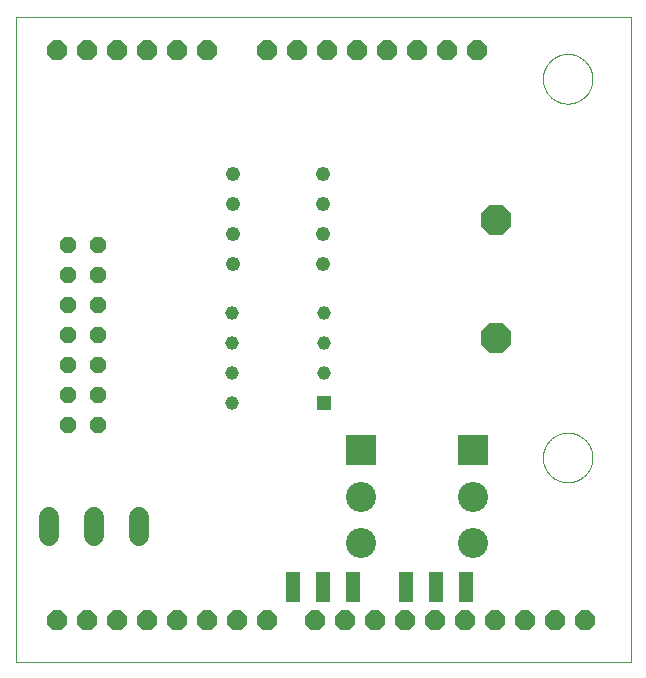
<source format=gbs>
G04 EAGLE Gerber X2 export*
%TF.Part,Single*%
%TF.FileFunction,Other,Solder Mask bottom*%
%TF.FilePolarity,Positive*%
%TF.GenerationSoftware,Autodesk,EAGLE,9.4.0*%
%TF.CreationDate,2019-06-23T03:23:46Z*%
G75*
%MOMM*%
%FSLAX34Y34*%
%LPD*%
%INSolder Mask bottom*%
%AMOC8*
5,1,8,0,0,1.08239X$1,22.5*%
G01*
%ADD10C,0.050000*%
%ADD11C,1.219200*%
%ADD12R,1.159000X1.159000*%
%ADD13C,1.159000*%
%ADD14C,1.676400*%
%ADD15P,1.484606X8X292.500000*%
%ADD16P,1.814519X8X202.500000*%
%ADD17P,2.749271X8X112.500000*%
%ADD18R,2.550000X2.550000*%
%ADD19C,2.550000*%
%ADD20R,1.270000X2.540000*%


D10*
X0Y0D02*
X520700Y0D01*
X520700Y546100D01*
X0Y546100D01*
X0Y0D01*
X446360Y493395D02*
X446366Y493910D01*
X446385Y494425D01*
X446417Y494940D01*
X446461Y495453D01*
X446518Y495966D01*
X446587Y496476D01*
X446669Y496985D01*
X446764Y497492D01*
X446870Y497996D01*
X446989Y498498D01*
X447121Y498996D01*
X447264Y499491D01*
X447420Y499982D01*
X447588Y500470D01*
X447767Y500953D01*
X447959Y501431D01*
X448162Y501905D01*
X448376Y502374D01*
X448602Y502837D01*
X448840Y503294D01*
X449088Y503746D01*
X449348Y504191D01*
X449618Y504630D01*
X449899Y505062D01*
X450191Y505487D01*
X450493Y505905D01*
X450805Y506315D01*
X451127Y506717D01*
X451459Y507112D01*
X451800Y507498D01*
X452151Y507875D01*
X452511Y508244D01*
X452880Y508604D01*
X453257Y508955D01*
X453643Y509296D01*
X454038Y509628D01*
X454440Y509950D01*
X454850Y510262D01*
X455268Y510564D01*
X455693Y510856D01*
X456125Y511137D01*
X456564Y511407D01*
X457009Y511667D01*
X457461Y511915D01*
X457918Y512153D01*
X458381Y512379D01*
X458850Y512593D01*
X459324Y512796D01*
X459802Y512988D01*
X460285Y513167D01*
X460773Y513335D01*
X461264Y513491D01*
X461759Y513634D01*
X462257Y513766D01*
X462759Y513885D01*
X463263Y513991D01*
X463770Y514086D01*
X464279Y514168D01*
X464789Y514237D01*
X465302Y514294D01*
X465815Y514338D01*
X466330Y514370D01*
X466845Y514389D01*
X467360Y514395D01*
X467875Y514389D01*
X468390Y514370D01*
X468905Y514338D01*
X469418Y514294D01*
X469931Y514237D01*
X470441Y514168D01*
X470950Y514086D01*
X471457Y513991D01*
X471961Y513885D01*
X472463Y513766D01*
X472961Y513634D01*
X473456Y513491D01*
X473947Y513335D01*
X474435Y513167D01*
X474918Y512988D01*
X475396Y512796D01*
X475870Y512593D01*
X476339Y512379D01*
X476802Y512153D01*
X477259Y511915D01*
X477711Y511667D01*
X478156Y511407D01*
X478595Y511137D01*
X479027Y510856D01*
X479452Y510564D01*
X479870Y510262D01*
X480280Y509950D01*
X480682Y509628D01*
X481077Y509296D01*
X481463Y508955D01*
X481840Y508604D01*
X482209Y508244D01*
X482569Y507875D01*
X482920Y507498D01*
X483261Y507112D01*
X483593Y506717D01*
X483915Y506315D01*
X484227Y505905D01*
X484529Y505487D01*
X484821Y505062D01*
X485102Y504630D01*
X485372Y504191D01*
X485632Y503746D01*
X485880Y503294D01*
X486118Y502837D01*
X486344Y502374D01*
X486558Y501905D01*
X486761Y501431D01*
X486953Y500953D01*
X487132Y500470D01*
X487300Y499982D01*
X487456Y499491D01*
X487599Y498996D01*
X487731Y498498D01*
X487850Y497996D01*
X487956Y497492D01*
X488051Y496985D01*
X488133Y496476D01*
X488202Y495966D01*
X488259Y495453D01*
X488303Y494940D01*
X488335Y494425D01*
X488354Y493910D01*
X488360Y493395D01*
X488354Y492880D01*
X488335Y492365D01*
X488303Y491850D01*
X488259Y491337D01*
X488202Y490824D01*
X488133Y490314D01*
X488051Y489805D01*
X487956Y489298D01*
X487850Y488794D01*
X487731Y488292D01*
X487599Y487794D01*
X487456Y487299D01*
X487300Y486808D01*
X487132Y486320D01*
X486953Y485837D01*
X486761Y485359D01*
X486558Y484885D01*
X486344Y484416D01*
X486118Y483953D01*
X485880Y483496D01*
X485632Y483044D01*
X485372Y482599D01*
X485102Y482160D01*
X484821Y481728D01*
X484529Y481303D01*
X484227Y480885D01*
X483915Y480475D01*
X483593Y480073D01*
X483261Y479678D01*
X482920Y479292D01*
X482569Y478915D01*
X482209Y478546D01*
X481840Y478186D01*
X481463Y477835D01*
X481077Y477494D01*
X480682Y477162D01*
X480280Y476840D01*
X479870Y476528D01*
X479452Y476226D01*
X479027Y475934D01*
X478595Y475653D01*
X478156Y475383D01*
X477711Y475123D01*
X477259Y474875D01*
X476802Y474637D01*
X476339Y474411D01*
X475870Y474197D01*
X475396Y473994D01*
X474918Y473802D01*
X474435Y473623D01*
X473947Y473455D01*
X473456Y473299D01*
X472961Y473156D01*
X472463Y473024D01*
X471961Y472905D01*
X471457Y472799D01*
X470950Y472704D01*
X470441Y472622D01*
X469931Y472553D01*
X469418Y472496D01*
X468905Y472452D01*
X468390Y472420D01*
X467875Y472401D01*
X467360Y472395D01*
X466845Y472401D01*
X466330Y472420D01*
X465815Y472452D01*
X465302Y472496D01*
X464789Y472553D01*
X464279Y472622D01*
X463770Y472704D01*
X463263Y472799D01*
X462759Y472905D01*
X462257Y473024D01*
X461759Y473156D01*
X461264Y473299D01*
X460773Y473455D01*
X460285Y473623D01*
X459802Y473802D01*
X459324Y473994D01*
X458850Y474197D01*
X458381Y474411D01*
X457918Y474637D01*
X457461Y474875D01*
X457009Y475123D01*
X456564Y475383D01*
X456125Y475653D01*
X455693Y475934D01*
X455268Y476226D01*
X454850Y476528D01*
X454440Y476840D01*
X454038Y477162D01*
X453643Y477494D01*
X453257Y477835D01*
X452880Y478186D01*
X452511Y478546D01*
X452151Y478915D01*
X451800Y479292D01*
X451459Y479678D01*
X451127Y480073D01*
X450805Y480475D01*
X450493Y480885D01*
X450191Y481303D01*
X449899Y481728D01*
X449618Y482160D01*
X449348Y482599D01*
X449088Y483044D01*
X448840Y483496D01*
X448602Y483953D01*
X448376Y484416D01*
X448162Y484885D01*
X447959Y485359D01*
X447767Y485837D01*
X447588Y486320D01*
X447420Y486808D01*
X447264Y487299D01*
X447121Y487794D01*
X446989Y488292D01*
X446870Y488794D01*
X446764Y489298D01*
X446669Y489805D01*
X446587Y490314D01*
X446518Y490824D01*
X446461Y491337D01*
X446417Y491850D01*
X446385Y492365D01*
X446366Y492880D01*
X446360Y493395D01*
X446360Y172720D02*
X446366Y173235D01*
X446385Y173750D01*
X446417Y174265D01*
X446461Y174778D01*
X446518Y175291D01*
X446587Y175801D01*
X446669Y176310D01*
X446764Y176817D01*
X446870Y177321D01*
X446989Y177823D01*
X447121Y178321D01*
X447264Y178816D01*
X447420Y179307D01*
X447588Y179795D01*
X447767Y180278D01*
X447959Y180756D01*
X448162Y181230D01*
X448376Y181699D01*
X448602Y182162D01*
X448840Y182619D01*
X449088Y183071D01*
X449348Y183516D01*
X449618Y183955D01*
X449899Y184387D01*
X450191Y184812D01*
X450493Y185230D01*
X450805Y185640D01*
X451127Y186042D01*
X451459Y186437D01*
X451800Y186823D01*
X452151Y187200D01*
X452511Y187569D01*
X452880Y187929D01*
X453257Y188280D01*
X453643Y188621D01*
X454038Y188953D01*
X454440Y189275D01*
X454850Y189587D01*
X455268Y189889D01*
X455693Y190181D01*
X456125Y190462D01*
X456564Y190732D01*
X457009Y190992D01*
X457461Y191240D01*
X457918Y191478D01*
X458381Y191704D01*
X458850Y191918D01*
X459324Y192121D01*
X459802Y192313D01*
X460285Y192492D01*
X460773Y192660D01*
X461264Y192816D01*
X461759Y192959D01*
X462257Y193091D01*
X462759Y193210D01*
X463263Y193316D01*
X463770Y193411D01*
X464279Y193493D01*
X464789Y193562D01*
X465302Y193619D01*
X465815Y193663D01*
X466330Y193695D01*
X466845Y193714D01*
X467360Y193720D01*
X467875Y193714D01*
X468390Y193695D01*
X468905Y193663D01*
X469418Y193619D01*
X469931Y193562D01*
X470441Y193493D01*
X470950Y193411D01*
X471457Y193316D01*
X471961Y193210D01*
X472463Y193091D01*
X472961Y192959D01*
X473456Y192816D01*
X473947Y192660D01*
X474435Y192492D01*
X474918Y192313D01*
X475396Y192121D01*
X475870Y191918D01*
X476339Y191704D01*
X476802Y191478D01*
X477259Y191240D01*
X477711Y190992D01*
X478156Y190732D01*
X478595Y190462D01*
X479027Y190181D01*
X479452Y189889D01*
X479870Y189587D01*
X480280Y189275D01*
X480682Y188953D01*
X481077Y188621D01*
X481463Y188280D01*
X481840Y187929D01*
X482209Y187569D01*
X482569Y187200D01*
X482920Y186823D01*
X483261Y186437D01*
X483593Y186042D01*
X483915Y185640D01*
X484227Y185230D01*
X484529Y184812D01*
X484821Y184387D01*
X485102Y183955D01*
X485372Y183516D01*
X485632Y183071D01*
X485880Y182619D01*
X486118Y182162D01*
X486344Y181699D01*
X486558Y181230D01*
X486761Y180756D01*
X486953Y180278D01*
X487132Y179795D01*
X487300Y179307D01*
X487456Y178816D01*
X487599Y178321D01*
X487731Y177823D01*
X487850Y177321D01*
X487956Y176817D01*
X488051Y176310D01*
X488133Y175801D01*
X488202Y175291D01*
X488259Y174778D01*
X488303Y174265D01*
X488335Y173750D01*
X488354Y173235D01*
X488360Y172720D01*
X488354Y172205D01*
X488335Y171690D01*
X488303Y171175D01*
X488259Y170662D01*
X488202Y170149D01*
X488133Y169639D01*
X488051Y169130D01*
X487956Y168623D01*
X487850Y168119D01*
X487731Y167617D01*
X487599Y167119D01*
X487456Y166624D01*
X487300Y166133D01*
X487132Y165645D01*
X486953Y165162D01*
X486761Y164684D01*
X486558Y164210D01*
X486344Y163741D01*
X486118Y163278D01*
X485880Y162821D01*
X485632Y162369D01*
X485372Y161924D01*
X485102Y161485D01*
X484821Y161053D01*
X484529Y160628D01*
X484227Y160210D01*
X483915Y159800D01*
X483593Y159398D01*
X483261Y159003D01*
X482920Y158617D01*
X482569Y158240D01*
X482209Y157871D01*
X481840Y157511D01*
X481463Y157160D01*
X481077Y156819D01*
X480682Y156487D01*
X480280Y156165D01*
X479870Y155853D01*
X479452Y155551D01*
X479027Y155259D01*
X478595Y154978D01*
X478156Y154708D01*
X477711Y154448D01*
X477259Y154200D01*
X476802Y153962D01*
X476339Y153736D01*
X475870Y153522D01*
X475396Y153319D01*
X474918Y153127D01*
X474435Y152948D01*
X473947Y152780D01*
X473456Y152624D01*
X472961Y152481D01*
X472463Y152349D01*
X471961Y152230D01*
X471457Y152124D01*
X470950Y152029D01*
X470441Y151947D01*
X469931Y151878D01*
X469418Y151821D01*
X468905Y151777D01*
X468390Y151745D01*
X467875Y151726D01*
X467360Y151720D01*
X466845Y151726D01*
X466330Y151745D01*
X465815Y151777D01*
X465302Y151821D01*
X464789Y151878D01*
X464279Y151947D01*
X463770Y152029D01*
X463263Y152124D01*
X462759Y152230D01*
X462257Y152349D01*
X461759Y152481D01*
X461264Y152624D01*
X460773Y152780D01*
X460285Y152948D01*
X459802Y153127D01*
X459324Y153319D01*
X458850Y153522D01*
X458381Y153736D01*
X457918Y153962D01*
X457461Y154200D01*
X457009Y154448D01*
X456564Y154708D01*
X456125Y154978D01*
X455693Y155259D01*
X455268Y155551D01*
X454850Y155853D01*
X454440Y156165D01*
X454038Y156487D01*
X453643Y156819D01*
X453257Y157160D01*
X452880Y157511D01*
X452511Y157871D01*
X452151Y158240D01*
X451800Y158617D01*
X451459Y159003D01*
X451127Y159398D01*
X450805Y159800D01*
X450493Y160210D01*
X450191Y160628D01*
X449899Y161053D01*
X449618Y161485D01*
X449348Y161924D01*
X449088Y162369D01*
X448840Y162821D01*
X448602Y163278D01*
X448376Y163741D01*
X448162Y164210D01*
X447959Y164684D01*
X447767Y165162D01*
X447588Y165645D01*
X447420Y166133D01*
X447264Y166624D01*
X447121Y167119D01*
X446989Y167617D01*
X446870Y168119D01*
X446764Y168623D01*
X446669Y169130D01*
X446587Y169639D01*
X446518Y170149D01*
X446461Y170662D01*
X446417Y171175D01*
X446385Y171690D01*
X446366Y172205D01*
X446360Y172720D01*
D11*
X260350Y336550D03*
X260350Y361950D03*
X184150Y361950D03*
X184150Y336550D03*
X260350Y387350D03*
X260350Y412750D03*
X184150Y387350D03*
X184150Y412750D03*
D12*
X261300Y219075D03*
D13*
X261300Y244475D03*
X261300Y269875D03*
X261300Y295275D03*
X183200Y295275D03*
X183200Y269875D03*
X183200Y244475D03*
X183200Y219075D03*
D14*
X104775Y122682D02*
X104775Y105918D01*
X66675Y105918D02*
X66675Y122682D01*
X28575Y122682D02*
X28575Y105918D01*
D15*
X44450Y352425D03*
X69850Y352425D03*
X44450Y327025D03*
X69850Y327025D03*
X44450Y301625D03*
X69850Y301625D03*
X44450Y276225D03*
X69850Y276225D03*
X44450Y250825D03*
X69850Y250825D03*
X44450Y225425D03*
X69850Y225425D03*
X44450Y200025D03*
X69850Y200025D03*
D16*
X161925Y517525D03*
X136525Y517525D03*
X111125Y517525D03*
X85725Y517525D03*
X60325Y517525D03*
X34925Y517525D03*
X212725Y517525D03*
X238125Y517525D03*
X263525Y517525D03*
X288925Y517525D03*
X314325Y517525D03*
X339725Y517525D03*
X365125Y517525D03*
X390525Y517525D03*
X136525Y34925D03*
X111125Y34925D03*
X85725Y34925D03*
X60325Y34925D03*
X34925Y34925D03*
X161925Y34925D03*
X187325Y34925D03*
X212725Y34925D03*
X253365Y34925D03*
X278765Y34925D03*
X304165Y34925D03*
X329565Y34925D03*
X354965Y34925D03*
X380365Y34925D03*
X405765Y34925D03*
X431165Y34925D03*
X456565Y34925D03*
X481965Y34925D03*
D17*
X406400Y273812D03*
X406400Y373888D03*
D18*
X292100Y179300D03*
D19*
X292100Y139700D03*
X292100Y100100D03*
D20*
X234950Y63500D03*
X260350Y63500D03*
X285750Y63500D03*
D18*
X387350Y179300D03*
D19*
X387350Y139700D03*
X387350Y100100D03*
D20*
X330200Y63500D03*
X355600Y63500D03*
X381000Y63500D03*
M02*

</source>
